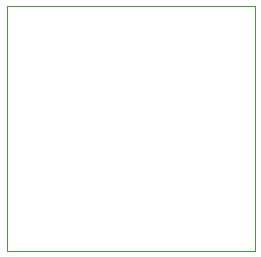
<source format=gbr>
%TF.GenerationSoftware,KiCad,Pcbnew,(5.1.10)-1*%
%TF.CreationDate,2022-07-06T12:29:18-02:30*%
%TF.ProjectId,footSwitchBoard,666f6f74-5377-4697-9463-68426f617264,rev?*%
%TF.SameCoordinates,Original*%
%TF.FileFunction,Profile,NP*%
%FSLAX46Y46*%
G04 Gerber Fmt 4.6, Leading zero omitted, Abs format (unit mm)*
G04 Created by KiCad (PCBNEW (5.1.10)-1) date 2022-07-06 12:29:18*
%MOMM*%
%LPD*%
G01*
G04 APERTURE LIST*
%TA.AperFunction,Profile*%
%ADD10C,0.050000*%
%TD*%
G04 APERTURE END LIST*
D10*
X156500000Y-68800000D02*
X135500000Y-68800000D01*
X156500000Y-89500000D02*
X156500000Y-68800000D01*
X135500000Y-89500000D02*
X156500000Y-89500000D01*
X135500000Y-68800000D02*
X135500000Y-89500000D01*
M02*

</source>
